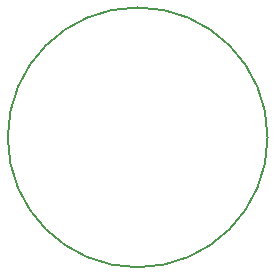
<source format=gko>
G04*
G04 #@! TF.GenerationSoftware,Altium Limited,Altium Designer,19.0.15 (446)*
G04*
G04 Layer_Color=16711935*
%FSAX25Y25*%
%MOIN*%
G70*
G01*
G75*
%ADD12C,0.00787*%
D12*
X0195795Y0160000D02*
G03*
X0195795Y0160000I-0043307J0000000D01*
G01*
M02*

</source>
